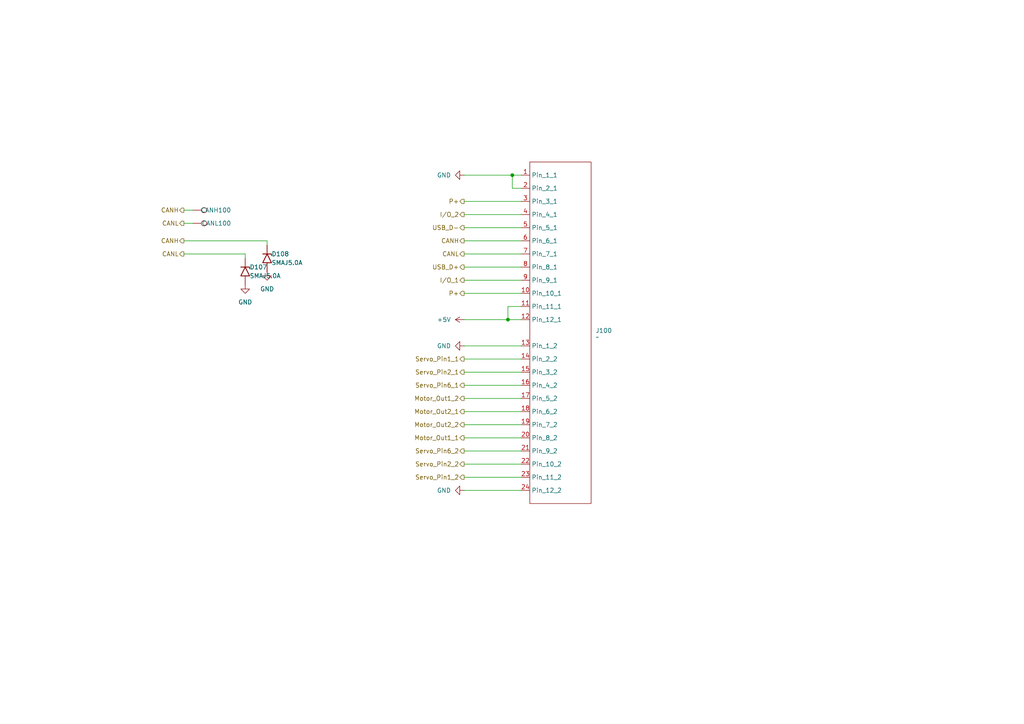
<source format=kicad_sch>
(kicad_sch (version 20231120) (generator "eeschema") (generator_version "8.0")
  (paper "A4")
  (title_block (date "2025-02-11"))
  (lib_symbols
    (symbol "ATM13-12PA-12PB-BM01:ATM13-12PA-12PB-BM01"
      (property "Reference" "J" (at 0 1.778 0))
      (symbol "ATM13-12PA-12PB-BM01_0_1"
        (rectangle (start 0 0) (end 17.78 -99.06))
      )
      (symbol "ATM13-12PA-12PB-BM01_1_1"
        (pin bidirectional line (at -2.54 -3.81 0) (length 2.54) (name "Pin_1_1") (number "1"))
        (pin bidirectional line (at -2.54 -38.1 0) (length 2.54) (name "Pin_10_1") (number "10"))
        (pin bidirectional line (at -2.54 -41.91 0) (length 2.54) (name "Pin_11_1") (number "11"))
        (pin bidirectional line (at -2.54 -45.72 0) (length 2.54) (name "Pin_12_1") (number "12"))
        (pin bidirectional line (at -2.54 -53.34 0) (length 2.54) (name "Pin_1_2") (number "13"))
        (pin bidirectional line (at -2.54 -57.15 0) (length 2.54) (name "Pin_2_2") (number "14"))
        (pin bidirectional line (at -2.54 -60.96 0) (length 2.54) (name "Pin_3_2") (number "15"))
        (pin bidirectional line (at -2.54 -64.77 0) (length 2.54) (name "Pin_4_2") (number "16"))
        (pin bidirectional line (at -2.54 -68.58 0) (length 2.54) (name "Pin_5_2") (number "17"))
        (pin bidirectional line (at -2.54 -72.39 0) (length 2.54) (name "Pin_6_2") (number "18"))
        (pin bidirectional line (at -2.54 -76.2 0) (length 2.54) (name "Pin_7_2") (number "19"))
        (pin bidirectional line (at -2.54 -7.62 0) (length 2.54) (name "Pin_2_1") (number "2"))
        (pin bidirectional line (at -2.54 -80.01 0) (length 2.54) (name "Pin_8_2") (number "20"))
        (pin bidirectional line (at -2.54 -83.82 0) (length 2.54) (name "Pin_9_2") (number "21"))
        (pin bidirectional line (at -2.54 -87.63 0) (length 2.54) (name "Pin_10_2") (number "22"))
        (pin bidirectional line (at -2.54 -91.44 0) (length 2.54) (name "Pin_11_2") (number "23"))
        (pin bidirectional line (at -2.54 -95.25 0) (length 2.54) (name "Pin_12_2") (number "24"))
        (pin bidirectional line (at -2.54 -11.43 0) (length 2.54) (name "Pin_3_1") (number "3"))
        (pin bidirectional line (at -2.54 -15.24 0) (length 2.54) (name "Pin_4_1") (number "4"))
        (pin bidirectional line (at -2.54 -19.05 0) (length 2.54) (name "Pin_5_1") (number "5"))
        (pin bidirectional line (at -2.54 -22.86 0) (length 2.54) (name "Pin_6_1") (number "6"))
        (pin bidirectional line (at -2.54 -26.67 0) (length 2.54) (name "Pin_7_1") (number "7"))
        (pin bidirectional line (at -2.54 -30.48 0) (length 2.54) (name "Pin_8_1") (number "8"))
        (pin bidirectional line (at -2.54 -34.29 0) (length 2.54) (name "Pin_9_1") (number "9"))
      )
    )
    (symbol "Connector:TestPoint" (pin_numbers hide) (pin_names (offset 0.762) hide)
      (property "Reference" "TP" (at 0 6.858 0))
      (property "Value" "TestPoint" (at 0 5.08 0))
      (symbol "TestPoint_0_1"
        (circle (center 0 3.302) (radius 0.762))
      )
      (symbol "TestPoint_1_1"
        (pin passive line (at 0 0 90) (length 2.54) (name "1") (number "1"))
      )
    )
    (symbol "Diode:SMAJ5.0A" (pin_numbers hide) (pin_names (offset 1.016) hide)
      (property "Reference" "D" (at 0 2.54 0))
      (property "Value" "SMAJ5.0A" (at 0 -2.54 0))
      (symbol "SMAJ5.0A_0_1"
        (polyline (pts (xy -0.762 1.27) (xy -1.27 1.27) (xy -1.27 -1.27)) (stroke (width 0.254)))
        (polyline (pts (xy 1.27 1.27) (xy 1.27 -1.27) (xy -1.27 0) (xy 1.27 1.27)) (stroke (width 0.254)))
      )
      (symbol "SMAJ5.0A_1_1"
        (pin passive line (at -3.81 0 0) (length 2.54) (name "A1") (number "1"))
        (pin passive line (at 3.81 0 180) (length 2.54) (name "A2") (number "2"))
      )
    )
    (symbol "power:+5V" (power) (pin_numbers hide) (pin_names (offset 0) hide)
      (property "Value" "+5V" (at 0 3.556 0))
      (symbol "+5V_0_1"
        (polyline (pts (xy -0.762 1.27) (xy 0 2.54)))
        (polyline (pts (xy 0 0) (xy 0 2.54)))
        (polyline (pts (xy 0 2.54) (xy 0.762 1.27)))
      )
      (symbol "+5V_1_1"
        (pin power_in line (at 0 0 90) (length 0) (name "~") (number "1"))
      )
    )
    (symbol "power:GND" (power) (pin_numbers hide) (pin_names (offset 0) hide)
      (property "Value" "GND" (at 0 -3.81 0))
      (symbol "GND_0_1"
        (polyline (pts (xy 0 0) (xy 0 -1.27) (xy 1.27 -1.27) (xy 0 -2.54) (xy -1.27 -1.27) (xy 0 -1.27)))
      )
      (symbol "GND_1_1"
        (pin power_in line (at 0 0 270) (length 0) (name "~") (number "1"))
      )
    )
  )
  (junction (at 147.32 92.71))
  (junction (at 148.59 50.8))
  (wire (pts (xy 134.62 130.81) (xy 151.13 130.81)))
  (wire (pts (xy 53.34 60.96) (xy 55.88 60.96)))
  (wire (pts (xy 151.13 50.8) (xy 148.59 50.8)))
  (wire (pts (xy 151.13 54.61) (xy 148.59 54.61)))
  (wire (pts (xy 151.13 88.9) (xy 147.32 88.9)))
  (wire (pts (xy 134.62 73.66) (xy 151.13 73.66)))
  (wire (pts (xy 134.62 138.43) (xy 151.13 138.43)))
  (wire (pts (xy 134.62 104.14) (xy 151.13 104.14)))
  (wire (pts (xy 134.62 134.62) (xy 151.13 134.62)))
  (wire (pts (xy 134.62 92.71) (xy 147.32 92.71)))
  (wire (pts (xy 134.62 81.28) (xy 151.13 81.28)))
  (wire (pts (xy 134.62 85.09) (xy 151.13 85.09)))
  (wire (pts (xy 53.34 69.85) (xy 77.47 69.85)))
  (wire (pts (xy 134.62 119.38) (xy 151.13 119.38)))
  (wire (pts (xy 147.32 92.71) (xy 151.13 92.71)))
  (wire (pts (xy 134.62 62.23) (xy 151.13 62.23)))
  (wire (pts (xy 148.59 54.61) (xy 148.59 50.8)))
  (wire (pts (xy 148.59 50.8) (xy 134.62 50.8)))
  (wire (pts (xy 134.62 77.47) (xy 151.13 77.47)))
  (wire (pts (xy 134.62 69.85) (xy 151.13 69.85)))
  (wire (pts (xy 134.62 58.42) (xy 151.13 58.42)))
  (wire (pts (xy 134.62 127) (xy 151.13 127)))
  (wire (pts (xy 53.34 73.66) (xy 71.12 73.66)))
  (wire (pts (xy 77.47 69.85) (xy 77.47 71.12)))
  (wire (pts (xy 134.62 66.04) (xy 151.13 66.04)))
  (wire (pts (xy 134.62 142.24) (xy 151.13 142.24)))
  (wire (pts (xy 147.32 88.9) (xy 147.32 92.71)))
  (wire (pts (xy 134.62 111.76) (xy 151.13 111.76)))
  (wire (pts (xy 134.62 123.19) (xy 151.13 123.19)))
  (wire (pts (xy 134.62 115.57) (xy 151.13 115.57)))
  (wire (pts (xy 53.34 64.77) (xy 55.88 64.77)))
  (wire (pts (xy 71.12 73.66) (xy 71.12 74.93)))
  (wire (pts (xy 134.62 107.95) (xy 151.13 107.95)))
  (wire (pts (xy 134.62 100.33) (xy 151.13 100.33)))
  (hierarchical_label "Servo_Pin1_1" (shape output) (at 134.62 104.14 180))
  (hierarchical_label "CANL" (shape output) (at 134.62 73.66 180))
  (hierarchical_label "CANL" (shape output) (at 53.34 73.66 180))
  (hierarchical_label "I{slash}O_2" (shape output) (at 134.62 62.23 180))
  (hierarchical_label "Servo_Pin6_1" (shape output) (at 134.62 111.76 180))
  (hierarchical_label "CANH" (shape output) (at 134.62 69.85 180))
  (hierarchical_label "CANL" (shape output) (at 53.34 64.77 180))
  (hierarchical_label "Motor_Out2_1" (shape output) (at 134.62 119.38 180))
  (hierarchical_label "I{slash}O_1" (shape output) (at 134.62 81.28 180))
  (hierarchical_label "Servo_Pin1_2" (shape output) (at 134.62 138.43 180))
  (hierarchical_label "USB_D-" (shape output) (at 134.62 66.04 180))
  (hierarchical_label "CANH" (shape output) (at 53.34 69.85 180))
  (hierarchical_label "Motor_Out1_2" (shape output) (at 134.62 115.57 180))
  (hierarchical_label "Servo_Pin6_2" (shape output) (at 134.62 130.81 180))
  (hierarchical_label "Motor_Out1_1" (shape output) (at 134.62 127 180))
  (hierarchical_label "USB_D+" (shape output) (at 134.62 77.47 180))
  (hierarchical_label "Servo_Pin2_2" (shape output) (at 134.62 134.62 180))
  (hierarchical_label "P+" (shape output) (at 134.62 58.42 180))
  (hierarchical_label "Motor_Out2_2" (shape output) (at 134.62 123.19 180))
  (hierarchical_label "P+" (shape output) (at 134.62 85.09 180))
  (hierarchical_label "CANH" (shape output) (at 53.34 60.96 180))
  (hierarchical_label "Servo_Pin2_1" (shape output) (at 134.62 107.95 180))
  (symbol (lib_id "Diode:SMAJ5.0A") (at 71.12 78.74 270) (unit 1)
    (property "Reference" "D107" (at 72.39 77.47 90) (effects (justify left)))
    (property "Value" "SMAJ5.0A" (at 72.39 80.01 90) (effects (justify left)))
    (property "Footprint" "Diode_SMD:D_SMA" (effects (hide yes)))
    (property "Datasheet" "https://www.littelfuse.com/media?resourcetype=datasheets&itemid=75e32973-b177-4ee3-a0ff-cedaf1abdb93&filename=smaj-datasheet" (effects (hide yes)))
    (property "Description" "400W unidirectional Transient Voltage Suppressor, 5.0Vr, SMA(DO-214AC)" (effects (hide yes)))
    (property "DIGIKEY LINK" "https://www.digikey.com/en/products/detail/littelfuse-inc/SMAJ5-0A/762250" (effects (hide yes)))
  )
  (symbol (lib_id "power:GND") (at 134.62 50.8 270) (unit 1)
    (property "Reference" "#PWR0100" (effects (hide yes)))
    (property "Value" "GND" (at 130.81 50.7999 90) (effects (justify right)))
    (property "Description" "Power symbol creates a global label with name \"GND\" , ground" (effects (hide yes)))
  )
  (symbol (lib_id "power:GND") (at 71.12 82.55 0) (unit 1)
    (property "Reference" "#PWR0130" (effects (hide yes)))
    (property "Value" "GND" (at 71.12 87.63 0))
    (property "Description" "Power symbol creates a global label with name \"GND\" , ground" (effects (hide yes)))
  )
  (symbol (lib_id "power:+5V") (at 134.62 92.71 90) (unit 1)
    (property "Reference" "#PWR0129" (effects (hide yes)))
    (property "Value" "+5V" (at 130.81 92.7099 90) (effects (justify left)))
    (property "Description" "Power symbol creates a global label with name \"+5V\"" (effects (hide yes)))
  )
  (symbol (lib_id "power:GND") (at 77.47 78.74 0) (unit 1)
    (property "Reference" "#PWR0131" (effects (hide yes)))
    (property "Value" "GND" (at 77.47 83.82 0))
    (property "Description" "Power symbol creates a global label with name \"GND\" , ground" (effects (hide yes)))
  )
  (symbol (lib_id "ATM13-12PA-12PB-BM01:ATM13-12PA-12PB-BM01") (at 153.67 46.99 0) (unit 1)
    (property "Reference" "J100" (at 172.72 95.8849 0) (effects (justify left)))
    (property "Value" "~" (at 172.72 97.79 0) (effects (justify left)))
    (property "Footprint" "ATM13-12PA-12PB-BM01:ATM13-12PA-12PB-BM01" (effects (hide yes)))
    (property "Datasheet" "https://www.amphenol-sine.com/pdf/datasheet/ATM13-12PA-12PB-BM01.pdf" (effects (hide yes)))
    (property "DIGIKEY LINK" "https://www.digikey.com/en/products/detail/amphenol-sine-systems-corp/ATM13-12PC-12PD-BM01/9953954" (effects (hide yes)))
  )
  (symbol (lib_id "Connector:TestPoint") (at 55.88 60.96 270) (unit 1)
    (property "Reference" "CANH100" (at 67.056 60.96 90) (effects (justify right)))
    (property "Value" "TestPoint" (effects (hide yes)))
    (property "Footprint" "TestPoint:TestPoint_Pad_D1.0mm" (effects (hide yes)))
    (property "Description" "test point" (effects (hide yes)))
  )
  (symbol (lib_id "power:GND") (at 134.62 100.33 270) (unit 1)
    (property "Reference" "#PWR0128" (effects (hide yes)))
    (property "Value" "GND" (at 130.81 100.3299 90) (effects (justify right)))
    (property "Description" "Power symbol creates a global label with name \"GND\" , ground" (effects (hide yes)))
  )
  (symbol (lib_id "power:GND") (at 134.62 142.24 270) (unit 1)
    (property "Reference" "#PWR0101" (effects (hide yes)))
    (property "Value" "GND" (at 130.81 142.2399 90) (effects (justify right)))
    (property "Description" "Power symbol creates a global label with name \"GND\" , ground" (effects (hide yes)))
  )
  (symbol (lib_id "Diode:SMAJ5.0A") (at 77.47 74.93 270) (unit 1)
    (property "Reference" "D108" (at 78.74 73.66 90) (effects (justify left)))
    (property "Value" "SMAJ5.0A" (at 78.74 76.2 90) (effects (justify left)))
    (property "Footprint" "Diode_SMD:D_SMA" (effects (hide yes)))
    (property "Datasheet" "https://www.littelfuse.com/media?resourcetype=datasheets&itemid=75e32973-b177-4ee3-a0ff-cedaf1abdb93&filename=smaj-datasheet" (effects (hide yes)))
    (property "Description" "400W unidirectional Transient Voltage Suppressor, 5.0Vr, SMA(DO-214AC)" (effects (hide yes)))
    (property "DIGIKEY LINK" "https://www.digikey.com/en/products/detail/littelfuse-inc/SMAJ5-0A/762250" (effects (hide yes)))
  )
  (symbol (lib_id "Connector:TestPoint") (at 55.88 64.77 270) (unit 1)
    (property "Reference" "CANL100" (at 67.056 64.77 90) (effects (justify right)))
    (property "Value" "TestPoint" (effects (hide yes)))
    (property "Footprint" "TestPoint:TestPoint_Pad_D1.0mm" (effects (hide yes)))
    (property "Description" "test point" (effects (hide yes)))
  )
)
</source>
